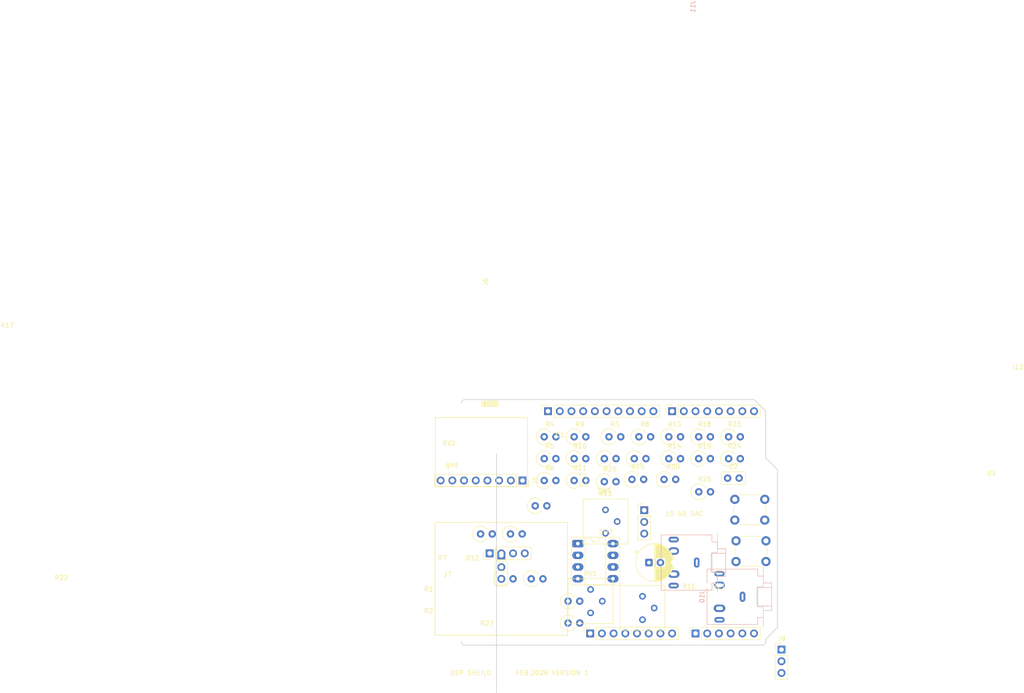
<source format=kicad_pcb>
(kicad_pcb (version 20241229) (generator "pcbnew") (generator_version "9.0")
  (title_block (date "mar. 31 mars 2015"))
  (layers (0 "F.Cu" signal) (2 "B.Cu" power) (13 "F.Paste" user) (15 "B.Paste" user) (5 "F.SilkS" user "F.Silkscreen") (7 "B.SilkS" user "B.Silkscreen") (1 "F.Mask" user) (3 "B.Mask" user) (25 "Edge.Cuts" user))
  (net 0 "")
  (net 1 "GND")
  (net 3 "+5V")
  (net 4 "/IOREF")
  (net 5 "/A0")
  (net 6 "/A1")
  (net 7 "/SDA{slash}A4")
  (net 8 "/SCL{slash}A5")
  (net 9 "/AREF")
  (net 10 "/TX{slash}1")
  (net 11 "/RX{slash}0")
  (net 12 "+3V3")
  (net 13 "VCC")
  (net 14 "/~{RESET}")
  (net 15 "/SCL")
  (net 16 "/SDA")
  (net 21 "/BT1")
  (net 22 "/BT2")
  (net 23 "Net-(C2-Pad2)")
  (net 24 "Net-(U1A--)")
  (net 25 "/D7")
  (net 26 "/D8")
  (net 27 "/D9")
  (net 28 "/D6")
  (net 29 "/D4")
  (net 30 "/D5")
  (net 31 "/IN_RIGHT")
  (net 32 "/IN_LEFT")
  (net 33 "/D3")
  (net 34 "/D2")
  (net 35 "/D0")
  (net 36 "/D1")
  (net 37 "/AUDIO_OUT")
  (net 38 "Net-(J9-Pin_3)")
  (net 39 "Net-(J9-Pin_2)")
  (net 40 "Net-(R3-Pad2)")
  (net 41 "Net-(R5-Pad1)")
  (net 42 "Net-(R7-Pad1)")
  (net 43 "Net-(R10-Pad1)")
  (net 44 "Net-(R11-Pad1)")
  (net 45 "Net-(R13-Pad1)")
  (net 46 "Net-(R15-Pad1)")
  (net 47 "Net-(R17-Pad1)")
  (net 48 "Net-(R19-Pad1)")
  (net 49 "Net-(R21-Pad1)")
  (net 50 "Net-(R25-Pad2)")
  (net 51 "Net-(R26-Pad1)")
  (net 52 "Net-(U1B--)")
  (footprint "Connector_PinSocket_2.54mm:PinSocket_1x08_P2.54mm_Vertical" (layer "F.Cu") (at 127.94 97.46 90)
    (property "Reference" "J1" (hide yes))
    (property "Value" "Power")
    (pad "1" thru_hole rect (at 0 0 90) (size 1.7 1.7) (drill 1) (layers "*.Cu" "*.Mask"))
    (pad "2" thru_hole oval (at 0 2.54 90) (size 1.7 1.7) (drill 1) (layers "*.Cu" "*.Mask") (net 4 "/IOREF"))
    (pad "3" thru_hole oval (at 0 5.08 90) (size 1.7 1.7) (drill 1) (layers "*.Cu" "*.Mask") (net 14 "/~{RESET}"))
    (pad "4" thru_hole oval (at 0 7.62 90) (size 1.7 1.7) (drill 1) (layers "*.Cu" "*.Mask") (net 12 "+3V3"))
    (pad "5" thru_hole oval (at 0 10.16 90) (size 1.7 1.7) (drill 1) (layers "*.Cu" "*.Mask") (net 3 "+5V"))
    (pad "6" thru_hole oval (at 0 12.7 90) (size 1.7 1.7) (drill 1) (layers "*.Cu" "*.Mask") (net 1 "GND"))
    (pad "7" thru_hole oval (at 0 15.24 90) (size 1.7 1.7) (drill 1) (layers "*.Cu" "*.Mask") (net 1 "GND"))
    (pad "8" thru_hole oval (at 0 17.78 90) (size 1.7 1.7) (drill 1) (layers "*.Cu" "*.Mask") (net 13 "VCC"))
  )
  (footprint "Connector_PinSocket_2.54mm:PinSocket_1x06_P2.54mm_Vertical" (layer "F.Cu") (at 150.8 97.46 90)
    (property "Reference" "J3" (hide yes))
    (property "Value" "Analog")
    (pad "1" thru_hole rect (at 0 0 90) (size 1.7 1.7) (drill 1) (layers "*.Cu" "*.Mask") (net 5 "/A0"))
    (pad "2" thru_hole oval (at 0 2.54 90) (size 1.7 1.7) (drill 1) (layers "*.Cu" "*.Mask") (net 6 "/A1"))
    (pad "3" thru_hole oval (at 0 5.08 90) (size 1.7 1.7) (drill 1) (layers "*.Cu" "*.Mask") (net 31 "/IN_RIGHT"))
    (pad "4" thru_hole oval (at 0 7.62 90) (size 1.7 1.7) (drill 1) (layers "*.Cu" "*.Mask") (net 32 "/IN_LEFT"))
    (pad "5" thru_hole oval (at 0 10.16 90) (size 1.7 1.7) (drill 1) (layers "*.Cu" "*.Mask") (net 7 "/SDA{slash}A4"))
    (pad "6" thru_hole oval (at 0 12.7 90) (size 1.7 1.7) (drill 1) (layers "*.Cu" "*.Mask") (net 8 "/SCL{slash}A5"))
  )
  (footprint "Connector_PinSocket_2.54mm:PinSocket_1x10_P2.54mm_Vertical" (layer "F.Cu") (at 118.796 49.2 90)
    (property "Reference" "J2" (hide yes))
    (property "Value" "Digital/PWM")
    (pad "1" thru_hole rect (at 0 0 90) (size 1.7 1.7) (drill 1) (layers "*.Cu" "*.Mask") (net 15 "/SCL"))
    (pad "2" thru_hole oval (at 0 2.54 90) (size 1.7 1.7) (drill 1) (layers "*.Cu" "*.Mask") (net 16 "/SDA"))
    (pad "3" thru_hole oval (at 0 5.08 90) (size 1.7 1.7) (drill 1) (layers "*.Cu" "*.Mask") (net 9 "/AREF"))
    (pad "4" thru_hole oval (at 0 7.62 90) (size 1.7 1.7) (drill 1) (layers "*.Cu" "*.Mask") (net 1 "GND"))
    (pad "5" thru_hole oval (at 0 10.16 90) (size 1.7 1.7) (drill 1) (layers "*.Cu" "*.Mask") (net 27 "/D9"))
    (pad "6" thru_hole oval (at 0 12.7 90) (size 1.7 1.7) (drill 1) (layers "*.Cu" "*.Mask") (net 26 "/D8"))
    (pad "7" thru_hole oval (at 0 15.24 90) (size 1.7 1.7) (drill 1) (layers "*.Cu" "*.Mask") (net 25 "/D7"))
    (pad "8" thru_hole oval (at 0 17.78 90) (size 1.7 1.7) (drill 1) (layers "*.Cu" "*.Mask") (net 28 "/D6"))
    (pad "9" thru_hole oval (at 0 20.32 90) (size 1.7 1.7) (drill 1) (layers "*.Cu" "*.Mask") (net 30 "/D5"))
    (pad "10" thru_hole oval (at 0 22.86 90) (size 1.7 1.7) (drill 1) (layers "*.Cu" "*.Mask") (net 29 "/D4"))
  )
  (footprint "Connector_PinSocket_2.54mm:PinSocket_1x08_P2.54mm_Vertical" (layer "F.Cu") (at 145.72 49.2 90)
    (property "Reference" "J4" (hide yes))
    (property "Value" "Digital/PWM")
    (pad "1" thru_hole rect (at 0 0 90) (size 1.7 1.7) (drill 1) (layers "*.Cu" "*.Mask") (net 33 "/D3"))
    (pad "2" thru_hole oval (at 0 2.54 90) (size 1.7 1.7) (drill 1) (layers "*.Cu" "*.Mask") (net 34 "/D2"))
    (pad "3" thru_hole oval (at 0 5.08 90) (size 1.7 1.7) (drill 1) (layers "*.Cu" "*.Mask") (net 36 "/D1"))
    (pad "4" thru_hole oval (at 0 7.62 90) (size 1.7 1.7) (drill 1) (layers "*.Cu" "*.Mask") (net 35 "/D0"))
    (pad "5" thru_hole oval (at 0 10.16 90) (size 1.7 1.7) (drill 1) (layers "*.Cu" "*.Mask") (net 22 "/BT2"))
    (pad "6" thru_hole oval (at 0 12.7 90) (size 1.7 1.7) (drill 1) (layers "*.Cu" "*.Mask") (net 21 "/BT1"))
    (pad "7" thru_hole oval (at 0 15.24 90) (size 1.7 1.7) (drill 1) (layers "*.Cu" "*.Mask") (net 10 "/TX{slash}1"))
    (pad "8" thru_hole oval (at 0 17.78 90) (size 1.7 1.7) (drill 1) (layers "*.Cu" "*.Mask") (net 11 "/RX{slash}0"))
  )
  (footprint "Resistor_THT:R_Axial_DIN0309_L9.0mm_D3.2mm_P2.54mm_Vertical" (layer "F.Cu") (at 124.45 54.75)
    (property "Reference" "R9" (at 1.27 -2.72 0) (layer "F.SilkS"))
    (property "Value" "10k")
    (pad "1" thru_hole circle (at 0 0) (size 1.6 1.6) (drill 0.8) (layers "*.Cu" "*.Mask") (net 43 "Net-(R10-Pad1)"))
    (pad "2" thru_hole circle (at 2.54 0) (size 1.6 1.6) (drill 0.8) (layers "*.Cu" "*.Mask") (net 42 "Net-(R7-Pad1)"))
  )
  (footprint "Resistor_THT:R_Axial_DIN0309_L9.0mm_D3.2mm_P2.54mm_Vertical" (layer "F.Cu") (at 145 54.75)
    (property "Reference" "R13" (at 1.27 -2.72 0) (layer "F.SilkS"))
    (property "Value" "10k")
    (pad "1" thru_hole circle (at 0 0) (size 1.6 1.6) (drill 0.8) (layers "*.Cu" "*.Mask") (net 45 "Net-(R13-Pad1)"))
    (pad "2" thru_hole circle (at 2.54 0) (size 1.6 1.6) (drill 0.8) (layers "*.Cu" "*.Mask") (net 44 "Net-(R11-Pad1)"))
  )
  (footprint "Resistor_THT:R_Axial_DIN0309_L9.0mm_D3.2mm_P2.54mm_Vertical" (layer "F.Cu") (at 145 59.5)
    (property "Reference" "R14" (at 1.27 -2.72 0) (layer "F.SilkS"))
    (property "Value" "20k")
    (pad "1" thru_hole circle (at 0 0) (size 1.6 1.6) (drill 0.8) (layers "*.Cu" "*.Mask") (net 45 "Net-(R13-Pad1)"))
    (pad "2" thru_hole circle (at 2.54 0) (size 1.6 1.6) (drill 0.8) (layers "*.Cu" "*.Mask") (net 30 "/D5"))
  )
  (footprint "Resistor_THT:R_Axial_DIN0309_L9.0mm_D3.2mm_P2.54mm_Vertical" (layer "F.Cu") (at 151.49 54.75)
    (property "Reference" "R18" (at 1.27 -2.72 0) (layer "F.SilkS"))
    (property "Value" "20k")
    (pad "1" thru_hole circle (at 0 0) (size 1.6 1.6) (drill 0.8) (layers "*.Cu" "*.Mask") (net 47 "Net-(R17-Pad1)"))
    (pad "2" thru_hole circle (at 2.54 0) (size 1.6 1.6) (drill 0.8) (layers "*.Cu" "*.Mask") (net 25 "/D7"))
  )
  (footprint "Resistor_THT:R_Axial_DIN0309_L9.0mm_D3.2mm_P2.54mm_Vertical" (layer "F.Cu") (at 117.96 54.75)
    (property "Reference" "R4" (at 1.27 -2.72 0) (layer "F.SilkS"))
    (property "Value" "20k")
    (pad "1" thru_hole circle (at 0 0) (size 1.6 1.6) (drill 0.8) (layers "*.Cu" "*.Mask") (net 40 "Net-(R3-Pad2)"))
    (pad "2" thru_hole circle (at 2.54 0) (size 1.6 1.6) (drill 0.8) (layers "*.Cu" "*.Mask") (net 35 "/D0"))
  )
  (footprint "Resistor_THT:R_Axial_DIN0309_L9.0mm_D3.2mm_P2.54mm_Vertical" (layer "F.Cu") (at 137 64)
    (property "Reference" "R15" (at 1.27 -2.72 0) (layer "F.SilkS"))
    (property "Value" "10k")
    (pad "1" thru_hole circle (at 0 0) (size 1.6 1.6) (drill 0.8) (layers "*.Cu" "*.Mask") (net 46 "Net-(R15-Pad1)"))
    (pad "2" thru_hole circle (at 2.54 0) (size 1.6 1.6) (drill 0.8) (layers "*.Cu" "*.Mask") (net 45 "Net-(R13-Pad1)"))
  )
  (footprint "Resistor_THT:R_Axial_DIN0309_L9.0mm_D3.2mm_P2.54mm_Vertical" (layer "F.Cu") (at 151.49 59.5)
    (property "Reference" "R19" (at 1.27 -2.72 0) (layer "F.SilkS"))
    (property "Value" "10k")
    (pad "1" thru_hole circle (at 0 0) (size 1.6 1.6) (drill 0.8) (layers "*.Cu" "*.Mask") (net 48 "Net-(R19-Pad1)"))
    (pad "2" thru_hole circle (at 2.54 0) (size 1.6 1.6) (drill 0.8) (layers "*.Cu" "*.Mask") (net 47 "Net-(R17-Pad1)"))
  )
  (footprint "Capacitor_THT:C_Disc_D5.0mm_W2.5mm_P2.50mm" (layer "F.Cu") (at 157.76 63.73)
    (property "Reference" "C2" (at 1.25 -2.5 0) (layer "F.SilkS"))
    (property "Value" "100pF")
    (pad "1" thru_hole circle (at 0 0) (size 1.6 1.6) (drill 0.8) (layers "*.Cu" "*.Mask") (net 24 "Net-(U1A--)"))
    (pad "2" thru_hole circle (at 2.5 0) (size 1.6 1.6) (drill 0.8) (layers "*.Cu" "*.Mask") (net 23 "Net-(C2-Pad2)"))
  )
  (footprint "Resistor_THT:R_Axial_DIN0309_L9.0mm_D3.2mm_P2.54mm_Vertical" (layer "F.Cu") (at 104.145 75.86)
    (property "Reference" "R7" (at -8.25 5.23 0) (layer "F.SilkS"))
    (property "Value" "10k")
    (pad "1" thru_hole circle (at 0 0) (size 1.6 1.6) (drill 0.8) (layers "*.Cu" "*.Mask") (net 42 "Net-(R7-Pad1)"))
    (pad "2" thru_hole circle (at 2.54 0) (size 1.6 1.6) (drill 0.8) (layers "*.Cu" "*.Mask") (net 41 "Net-(R5-Pad1)"))
  )
  (footprint "Resistor_THT:R_Axial_DIN0309_L9.0mm_D3.2mm_P2.54mm_Vertical" (layer "F.Cu") (at 137.5 59.5)
    (property "Reference" "R21" (at 18.41 27.73 0) (layer "F.SilkS"))
    (property "Value" "10k")
    (pad "1" thru_hole circle (at 0 0) (size 1.6 1.6) (drill 0.8) (layers "*.Cu" "*.Mask") (net 49 "Net-(R21-Pad1)"))
    (pad "2" thru_hole circle (at 2.54 0) (size 1.6 1.6) (drill 0.8) (layers "*.Cu" "*.Mask") (net 48 "Net-(R19-Pad1)"))
  )
  (footprint "Button_Switch_THT:SW_PUSH_6mm" (layer "F.Cu") (at 159.59 77.35)
    (property "Reference" "SW2" (at -28.275 -1.9 0) (layer "F.SilkS"))
    (property "Value" "BT_2")
    (pad "1" thru_hole circle (at 0 0 90) (size 2 2) (drill 1.1) (layers "*.Cu" "*.Mask") (net 3 "+5V"))
    (pad "1" thru_hole circle (at 6.5 0 90) (size 2 2) (drill 1.1) (layers "*.Cu" "*.Mask") (net 3 "+5V"))
    (pad "2" thru_hole circle (at 0 4.5 90) (size 2 2) (drill 1.1) (layers "*.Cu" "*.Mask") (net 22 "/BT2"))
    (pad "2" thru_hole circle (at 6.5 4.5 90) (size 2 2) (drill 1.1) (layers "*.Cu" "*.Mask") (net 22 "/BT2"))
  )
  (footprint "Resistor_THT:R_Axial_DIN0309_L9.0mm_D3.2mm_P2.54mm_Vertical" (layer "F.Cu") (at 143.96 64)
    (property "Reference" "R20" (at 2 -2.72 0) (layer "F.SilkS"))
    (property "Value" "20k")
    (pad "1" thru_hole circle (at 0 0) (size 1.6 1.6) (drill 0.8) (layers "*.Cu" "*.Mask") (net 48 "Net-(R19-Pad1)"))
    (pad "2" thru_hole circle (at 2.54 0) (size 1.6 1.6) (drill 0.8) (layers "*.Cu" "*.Mask") (net 26 "/D8"))
  )
  (footprint "Resistor_THT:R_Axial_DIN0309_L9.0mm_D3.2mm_P2.54mm_Vertical" (layer "F.Cu") (at 117.96 64.25)
    (property "Reference" "R6" (at 1.27 -2.72 0) (layer "F.SilkS"))
    (property "Value" "20k")
    (pad "1" thru_hole circle (at 0 0) (size 1.6 1.6) (drill 0.8) (layers "*.Cu" "*.Mask") (net 41 "Net-(R5-Pad1)"))
    (pad "2" thru_hole circle (at 2.54 0) (size 1.6 1.6) (drill 0.8) (layers "*.Cu" "*.Mask") (net 36 "/D1"))
  )
  (footprint "Connector_PinHeader_2.54mm:PinHeader_1x03_P2.54mm_Vertical" (layer "F.Cu") (at 108.655 80.53)
    (property "Reference" "J7" (at -11.65 4.16 0) (layer "F.SilkS"))
    (property "Value" "AUDIO_OUT")
    (pad "1" thru_hole rect (at 0 0) (size 1.7 1.7) (drill 1) (layers "*.Cu" "*.Mask") (net 37 "/AUDIO_OUT"))
    (pad "2" thru_hole circle (at 0 2.54) (size 1.7 1.7) (drill 1) (layers "*.Cu" "*.Mask") (net 37 "/AUDIO_OUT"))
    (pad "3" thru_hole circle (at 0 5.08) (size 1.7 1.7) (drill 1) (layers "*.Cu" "*.Mask") (net 1 "GND"))
  )
  (footprint "Resistor_THT:R_Axial_DIN0309_L9.0mm_D3.2mm_P2.54mm_Vertical" (layer "F.Cu") (at 124.45 59.5)
    (property "Reference" "R10" (at 1.27 -2.72 0) (layer "F.SilkS"))
    (property "Value" "20k")
    (pad "1" thru_hole circle (at 0 0) (size 1.6 1.6) (drill 0.8) (layers "*.Cu" "*.Mask") (net 43 "Net-(R10-Pad1)"))
    (pad "2" thru_hole circle (at 2.54 0) (size 1.6 1.6) (drill 0.8) (layers "*.Cu" "*.Mask") (net 33 "/D3"))
  )
  (footprint "Connector_PinSocket_2.54mm:PinSocket_1x08_P2.54mm_Vertical" (layer "F.Cu") (at 113.26 64.24 -90)
    (property "Reference" "J5" (at 0 -2.77 90) (layer "F.SilkS"))
    (property "Value" "IMU_CONN")
    (pad "1" thru_hole rect (at 0 0 270) (size 1.7 1.7) (drill 1) (layers "*.Cu" "*.Mask"))
    (pad "2" thru_hole circle (at 0 2.54 270) (size 1.7 1.7) (drill 1) (layers "*.Cu" "*.Mask"))
    (pad "3" thru_hole circle (at 0 5.08 270) (size 1.7 1.7) (drill 1) (layers "*.Cu" "*.Mask"))
    (pad "4" thru_hole circle (at 0 7.62 270) (size 1.7 1.7) (drill 1) (layers "*.Cu" "*.Mask"))
    (pad "5" thru_hole circle (at 0 10.16 270) (size 1.7 1.7) (drill 1) (layers "*.Cu" "*.Mask") (net 16 "/SDA"))
    (pad "6" thru_hole circle (at 0 12.7 270) (size 1.7 1.7) (drill 1) (layers "*.Cu" "*.Mask") (net 15 "/SCL"))
    (pad "7" thru_hole circle (at 0 15.24 270) (size 1.7 1.7) (drill 1) (layers "*.Cu" "*.Mask") (net 1 "GND"))
    (pad "8" thru_hole circle (at 0 17.78 270) (size 1.7 1.7) (drill 1) (layers "*.Cu" "*.Mask") (net 3 "+5V"))
  )
  (footprint "Resistor_THT:R_Axial_DIN0309_L9.0mm_D3.2mm_P2.54mm_Vertical" (layer "F.Cu") (at 131 64.5)
    (property "Reference" "R26" (at 1.27 -2.72 0) (layer "F.SilkS"))
    (property "Value" "20k")
    (pad "1" thru_hole circle (at 0 0) (size 1.6 1.6) (drill 0.8) (layers "*.Cu" "*.Mask") (net 51 "Net-(R26-Pad1)"))
    (pad "2" thru_hole circle (at 2.54 0) (size 1.6 1.6) (drill 0.8) (layers "*.Cu" "*.Mask") (net 1 "GND"))
  )
  (footprint "Resistor_THT:R_Axial_DIN0309_L9.0mm_D3.2mm_P2.54mm_Vertical" (layer "F.Cu") (at 117.96 59.5)
    (property "Reference" "R5" (at 1.27 -2.72 0) (layer "F.SilkS"))
    (property "Value" "10k")
    (pad "1" thru_hole circle (at 0 0) (size 1.6 1.6) (drill 0.8) (layers "*.Cu" "*.Mask") (net 41 "Net-(R5-Pad1)"))
    (pad "2" thru_hole circle (at 2.54 0) (size 1.6 1.6) (drill 0.8) (layers "*.Cu" "*.Mask") (net 40 "Net-(R3-Pad2)"))
  )
  (footprint "Capacitor_THT:CP_Radial_D8.0mm_P2.50mm" (layer "F.Cu") (at 140.69 82.07)
    (property "Reference" "C1" (at -19.29 -27.75 0) (layer "F.SilkS"))
    (property "Value" "47uF")
    (pad "1" thru_hole roundrect (at 0 0) (size 1.6 1.6) (drill 0.8) (layers "*.Cu" "*.Mask") (roundrect_rratio 0.15625) (net 3 "+5V"))
    (pad "2" thru_hole circle (at 2.5 0) (size 1.6 1.6) (drill 0.8) (layers "*.Cu" "*.Mask") (net 1 "GND"))
  )
  (footprint "Resistor_THT:R_Axial_DIN0309_L9.0mm_D3.2mm_P2.54mm_Vertical" (layer "F.Cu") (at 157.98 59.5)
    (property "Reference" "R24" (at 1.27 -2.72 0) (layer "F.SilkS"))
    (property "Value" "20k")
    (pad "1" thru_hole circle (at 0 0) (size 1.6 1.6) (drill 0.8) (layers "*.Cu" "*.Mask") (net 23 "Net-(C2-Pad2)"))
    (pad "2" thru_hole circle (at 2.54 0) (size 1.6 1.6) (drill 0.8) (layers "*.Cu" "*.Mask") (net 24 "Net-(U1A--)"))
  )
  (footprint "Resistor_THT:R_Axial_DIN0309_L9.0mm_D3.2mm_P2.54mm_Vertical" (layer "F.Cu") (at 110.635 75.86)
    (property "Reference" "R12" (at -8.25 5.23 0) (layer "F.SilkS"))
    (property "Value" "20k")
    (pad "1" thru_hole circle (at 0 0) (size 1.6 1.6) (drill 0.8) (layers "*.Cu" "*.Mask") (net 44 "Net-(R11-Pad1)"))
    (pad "2" thru_hole circle (at 2.54 0) (size 1.6 1.6) (drill 0.8) (layers "*.Cu" "*.Mask") (net 29 "/D4"))
  )
  (footprint "Button_Switch_THT:SW_PUSH_6mm" (layer "F.Cu") (at 159.33 68.34)
    (property "Reference" "SW1" (at -28.275 -1.9 0) (layer "F.SilkS"))
    (property "Value" "BT_1")
    (pad "1" thru_hole circle (at 0 0 90) (size 2 2) (drill 1.1) (layers "*.Cu" "*.Mask") (net 3 "+5V"))
    (pad "1" thru_hole circle (at 6.5 0 90) (size 2 2) (drill 1.1) (layers "*.Cu" "*.Mask") (net 3 "+5V"))
    (pad "2" thru_hole circle (at 0 4.5 90) (size 2 2) (drill 1.1) (layers "*.Cu" "*.Mask") (net 21 "/BT1"))
    (pad "2" thru_hole circle (at 6.5 4.5 90) (size 2 2) (drill 1.1) (layers "*.Cu" "*.Mask") (net 21 "/BT1"))
  )
  (footprint "Resistor_THT:R_Axial_DIN0309_L9.0mm_D3.2mm_P2.54mm_Vertical" (layer "F.Cu") (at 124.45 64.25)
    (property "Reference" "R11" (at 1.27 -2.72 0) (layer "F.SilkS"))
    (property "Value" "10k")
    (pad "1" thru_hole circle (at 0 0) (size 1.6 1.6) (drill 0.8) (layers "*.Cu" "*.Mask") (net 44 "Net-(R11-Pad1)"))
    (pad "2" thru_hole circle (at 2.54 0) (size 1.6 1.6) (drill 0.8) (layers "*.Cu" "*.Mask") (net 43 "Net-(R10-Pad1)"))
  )
  (footprint "Resistor_THT:R_Axial_DIN0309_L9.0mm_D3.2mm_P2.54mm_Vertical" (layer "F.Cu") (at 108.655 85.61)
    (property "Reference" "R22" (at -95.5 -0.25 0) (layer "F.SilkS"))
    (property "Value" "20k")
    (pad "1" thru_hole circle (at 0 0) (size 1.6 1.6) (drill 0.8) (layers "*.Cu" "*.Mask") (net 49 "Net-(R21-Pad1)"))
    (pad "2" thru_hole circle (at 2.54 0) (size 1.6 1.6) (drill 0.8) (layers "*.Cu" "*.Mask") (net 27 "/D9"))
  )
  (footprint "Connector_PinHeader_2.54mm:PinHeader_1x03_P2.54mm_Vertical" (layer "F.Cu") (at 139.67 70.7046)
    (property "Reference" "J12" (at 80.97 -31.1 0) (layer "F.SilkS"))
    (property "Value" "AUDIO_IN")
    (pad "1" thru_hole rect (at 0 0) (size 1.7 1.7) (drill 1) (layers "*.Cu" "*.Mask") (net 1 "GND"))
    (pad "2" thru_hole circle (at 0 2.54) (size 1.7 1.7) (drill 1) (layers "*.Cu" "*.Mask") (net 31 "/IN_RIGHT"))
    (pad "3" thru_hole circle (at 0 5.08) (size 1.7 1.7) (drill 1) (layers "*.Cu" "*.Mask") (net 32 "/IN_LEFT"))
  )
  (footprint "Resistor_THT:R_Axial_DIN0309_L9.0mm_D3.2mm_P2.54mm_Vertical" (layer "F.Cu") (at 123.13 90.45)
    (property "Reference" "R1" (at -30.255 -2.62 0) (layer "F.SilkS"))
    (property "Value" "100k")
    (pad "1" thru_hole circle (at 0 0) (size 1.6 1.6) (drill 0.8) (layers "*.Cu" "*.Mask") (net 21 "/BT1"))
    (pad "2" thru_hole circle (at 2.54 0) (size 1.6 1.6) (drill 0.8) (layers "*.Cu" "*.Mask") (net 1 "GND"))
  )
  (footprint "Resistor_THT:R_Axial_DIN0309_L9.0mm_D3.2mm_P2.54mm_Vertical" (layer "F.Cu") (at 115.145 85.61)
    (property "Reference" "R27" (at -9.61 9.73 0) (layer "F.SilkS"))
    (property "Value" "1k")
    (pad "1" thru_hole circle (at 0 0) (size 1.6 1.6) (drill 0.8) (layers "*.Cu" "*.Mask") (net 37 "/AUDIO_OUT"))
    (pad "2" thru_hole circle (at 2.54 0) (size 1.6 1.6) (drill 0.8) (layers "*.Cu" "*.Mask") (net 23 "Net-(C2-Pad2)"))
  )
  (footprint "Resistor_THT:R_Axial_DIN0309_L9.0mm_D3.2mm_P2.54mm_Vertical" (layer "F.Cu") (at 116 69.75)
    (property "Reference" "R17" (at -114.58 -39.2 0) (layer "F.SilkS"))
    (property "Value" "10k")
    (pad "1" thru_hole circle (at 0 0) (size 1.6 1.6) (drill 0.8) (layers "*.Cu" "*.Mask") (net 47 "Net-(R17-Pad1)"))
    (pad "2" thru_hole circle (at 2.54 0) (size 1.6 1.6) (drill 0.8) (layers "*.Cu" "*.Mask") (net 46 "Net-(R15-Pad1)"))
  )
  (footprint "Resistor_THT:R_Axial_DIN0309_L9.0mm_D3.2mm_P2.54mm_Vertical" (layer "F.Cu") (at 151.51 66.7)
    (property "Reference" "R25" (at 1.27 -2.72 0) (layer "F.SilkS"))
    (property "Value" "20k")
    (pad "1" thru_hole circle (at 0 0) (size 1.6 1.6) (drill 0.8) (layers "*.Cu" "*.Mask") (net 3 "+5V"))
    (pad "2" thru_hole circle (at 2.54 0) (size 1.6 1.6) (drill 0.8) (layers "*.Cu" "*.Mask") (net 50 "Net-(R25-Pad2)"))
  )
  (footprint "Resistor_THT:R_Axial_DIN0309_L9.0mm_D3.2mm_P2.54mm_Vertical" (layer "F.Cu") (at 131.01 59.5)
    (property "Reference" "R16" (at 18.41 27.73 0) (layer "F.SilkS"))
    (property "Value" "20k")
    (pad "1" thru_hole circle (at 0 0) (size 1.6 1.6) (drill 0.8) (layers "*.Cu" "*.Mask") (net 46 "Net-(R15-Pad1)"))
    (pad "2" thru_hole circle (at 2.54 0) (size 1.6 1.6) (drill 0.8) (layers "*.Cu" "*.Mask") (net 28 "/D6"))
  )
  (footprint "Potentiometer_THT:Potentiometer_Bourns_3386P_Vertical" (layer "F.Cu") (at 128.02 92.99)
    (property "Reference" "RV1" (at -0.015 -8.555 0) (layer "F.SilkS"))
    (property "Value" "100k")
    (pad "1" thru_hole circle (at 0 0) (size 1.44 1.44) (drill 0.8) (layers "*.Cu" "*.Mask") (net 3 "+5V"))
    (pad "2" thru_hole circle (at 2.54 -2.54) (size 1.44 1.44) (drill 0.8) (layers "*.Cu" "*.Mask") (net 5 "/A0"))
    (pad "3" thru_hole circle (at 0 -5.08) (size 1.44 1.44) (drill 0.8) (layers "*.Cu" "*.Mask") (net 1 "GND"))
  )
  (footprint "Resistor_THT:R_Axial_DIN0309_L9.0mm_D3.2mm_P2.54mm_Vertical" (layer "F.Cu") (at 123.13 95.2)
    (property "Reference" "R2" (at -30.255 -2.62 0) (layer "F.SilkS"))
    (property "Value" "100k")
    (pad "1" thru_hole circle (at 0 0) (size 1.6 1.6) (drill 0.8) (layers "*.Cu" "*.Mask") (net 22 "/BT2"))
    (pad "2" thru_hole circle (at 2.54 0) (size 1.6 1.6) (drill 0.8) (layers "*.Cu" "*.Mask") (net 1 "GND"))
  )
  (footprint "Package_DIP:DIP-8_W7.62mm_Socket_LongPads" (layer "F.Cu") (at 125.26 77.955)
    (property "Reference" "U1" (at 89.79 -15.33 0) (layer "F.SilkS"))
    (property "Value" "MCP6002-xP")
    (pad "1" thru_hole roundrect (at 0 0) (size 2.4 1.6) (drill 0.8) (layers "*.Cu" "*.Mask") (roundrect_rratio 0.15625) (net 23 "Net-(C2-Pad2)"))
    (pad "2" thru_hole oval (at 0 2.54) (size 2.4 1.6) (drill 0.8) (layers "*.Cu" "*.Mask") (net 24 "Net-(U1A--)"))
    (pad "3" thru_hole oval (at 0 5.08) (size 2.4 1.6) (drill 0.8) (layers "*.Cu" "*.Mask") (net 39 "Net-(J9-Pin_2)"))
    (pad "4" thru_hole oval (at 0 7.62) (size 2.4 1.6) (drill 0.8) (layers "*.Cu" "*.Mask") (net 1 "GND"))
    (pad "5" thru_hole oval (at 7.62 7.62) (size 2.4 1.6) (drill 0.8) (layers "*.Cu" "*.Mask") (net 1 "GND"))
    (pad "6" thru_hole oval (at 7.62 5.08) (size 2.4 1.6) (drill 0.8) (layers "*.Cu" "*.Mask") (net 52 "Net-(U1B--)"))
    (pad "7" thru_hole oval (at 7.62 2.54) (size 2.4 1.6) (drill 0.8) (layers "*.Cu" "*.Mask") (net 52 "Net-(U1B--)"))
    (pad "8" thru_hole oval (at 7.62 0) (size 2.4 1.6) (drill 0.8) (layers "*.Cu" "*.Mask") (net 3 "+5V"))
  )
  (footprint "Connector_PinHeader_2.54mm:PinHeader_1x03_P2.54mm_Vertical" (layer "F.Cu") (at 169.46 100.97)
    (property "Reference" "J9" (at 0 -2.38 0) (layer "F.SilkS"))
    (property "Value" "JUMPER")
    (pad "1" thru_hole rect (at 0 0) (size 1.7 1.7) (drill 1) (layers "*.Cu" "*.Mask") (net 1 "GND"))
    (pad "2" thru_hole circle (at 0 2.54) (size 1.7 1.7) (drill 1) (layers "*.Cu" "*.Mask") (net 39 "Net-(J9-Pin_2)"))
    (pad "3" thru_hole circle (at 0 5.08) (size 1.7 1.7) (drill 1) (layers "*.Cu" "*.Mask") (net 38 "Net-(J9-Pin_3)"))
  )
  (footprint "Resistor_THT:R_Axial_DIN0309_L9.0mm_D3.2mm_P2.54mm_Vertical" (layer "F.Cu") (at 132.02 54.75)
    (property "Reference" "R3" (at 1.27 -2.72 0) (layer "F.SilkS"))
    (property "Value" "20k")
    (pad "1" thru_hole circle (at 0 0) (size 1.6 1.6) (drill 0.8) (layers "*.Cu" "*.Mask") (net 1 "GND"))
    (pad "2" thru_hole circle (at 2.54 0) (size 1.6 1.6) (drill 0.8) (layers "*.Cu" "*.Mask") (net 40 "Net-(R3-Pad2)"))
  )
  (footprint "Potentiometer_THT:Potentiometer_Bourns_3386P_Vertical" (layer "F.Cu") (at 131.26 75.7)
    (property "Reference" "RV3" (at -0.015 -8.555 0) (layer "F.SilkS"))
    (property "Value" "100k")
    (pad "1" thru_hole circle (at 0 0) (size 1.44 1.44) (drill 0.8) (layers "*.Cu" "*.Mask") (net 50 "Net-(R25-Pad2)"))
    (pad "2" thru_hole circle (at 2.54 -2.54) (size 1.44 1.44) (drill 0.8) (layers "*.Cu" "*.Mask") (net 38 "Net-(J9-Pin_3)"))
    (pad "3" thru_hole circle (at 0 -5.08) (size 1.44 1.44) (drill 0.8) (layers "*.Cu" "*.Mask") (net 51 "Net-(R26-Pad1)"))
  )
  (footprint "Potentiometer_THT:Potentiometer_Bourns_3386P_Vertical" (layer "F.Cu") (at 139.29 94.48)
    (property "Reference" "RV2" (at -42 -38.3 0) (layer "F.SilkS"))
    (property "Value" "100k")
    (pad "1" thru_hole circle (at 0 0) (size 1.44 1.44) (drill 0.8) (layers "*.Cu" "*.Mask") (net 3 "+5V"))
    (pad "2" thru_hole circle (at 2.54 -2.54) (size 1.44 1.44) (drill 0.8) (layers "*.Cu" "*.Mask") (net 6 "/A1"))
    (pad "3" thru_hole circle (at 0 -5.08) (size 1.44 1.44) (drill 0.8) (layers "*.Cu" "*.Mask") (net 1 "GND"))
  )
  (footprint "Resistor_THT:R_Axial_DIN0309_L9.0mm_D3.2mm_P2.54mm_Vertical" (layer "F.Cu") (at 138.51 54.75)
    (property "Reference" "R8" (at 1.27 -2.72 0) (layer "F.SilkS"))
    (property "Value" "20k")
    (pad "1" thru_hole circle (at 0 0) (size 1.6 1.6) (drill 0.8) (layers "*.Cu" "*.Mask") (net 42 "Net-(R7-Pad1)"))
    (pad "2" thru_hole circle (at 2.54 0) (size 1.6 1.6) (drill 0.8) (layers "*.Cu" "*.Mask") (net 34 "/D2"))
  )
  (footprint "Connector_PinHeader_2.54mm:PinHeader_1x04_P2.54mm_Vertical" (layer "F.Cu") (at 106.12 80.07 90)
    (property "Reference" "J6" (at 58.97 -0.91 90) (layer "F.SilkS"))
    (property "Value" "SCREEN_CONN")
    (pad "1" thru_hole rect (at 0 0 90) (size 1.7 1.7) (drill 1) (layers "*.Cu" "*.Mask") (net 1 "GND"))
    (pad "2" thru_hole circle (at 0 2.54 90) (size 1.7 1.7) (drill 1) (layers "*.Cu" "*.Mask") (net 3 "+5V"))
    (pad "3" thru_hole circle (at 0 5.08 90) (size 1.7 1.7) (drill 1) (layers "*.Cu" "*.Mask") (net 15 "/SCL"))
    (pad "4" thru_hole circle (at 0 7.62 90) (size 1.7 1.7) (drill 1) (layers "*.Cu" "*.Mask") (net 16 "/SDA"))
  )
  (footprint "Resistor_THT:R_Axial_DIN0309_L9.0mm_D3.2mm_P2.54mm_Vertical" (layer "F.Cu") (at 157.98 54.75)
    (property "Reference" "R23" (at 1.27 -2.72 0) (layer "F.SilkS"))
    (property "Value" "20k")
    (pad "1" thru_hole circle (at 0 0) (size 1.6 1.6) (drill 0.8) (layers "*.Cu" "*.Mask") (net 24 "Net-(U1A--)"))
    (pad "2" thru_hole circle (at 2.54 0) (size 1.6 1.6) (drill 0.8) (layers "*.Cu" "*.Mask") (net 49 "Net-(R21-Pad1)"))
  )
  (footprint "Connector_Audio:Jack_3.5mm_CUI_SJ1-3525N_Horizontal" (layer "B.Cu") (at 151.06 82.07 -90)
    (property "Reference" "J11" (at -120.73 0.82 90) (layer "B.SilkS") (effects (justify mirror)))
    (property "Value" "AudioJack5")
    (fp_line (start 1.8 -3.1) (end -1.8 -3.1) (stroke (width 0.12)) (layer "Edge.Cuts"))
    (fp_line (start -2.2 -3.5) (end -2.2 -4.5) (stroke (width 0.12)) (layer "Edge.Cuts"))
    (fp_line (start 2.2 -3.5) (end 2.2 -4.5) (stroke (width 0.12)) (layer "Edge.Cuts"))
    (fp_line (start -2.2 -4.5) (end -6.5 -4.5) (stroke (width 0.12)) (layer "Edge.Cuts"))
    (fp_line (start 2.2 -4.5) (end 6.5 -4.5) (stroke (width 0.12)) (layer "Edge.Cuts"))
    (fp_arc (start -1.8 -3.1) (mid -2.082842 -3.217158) (end -2.2 -3.5) (stroke (width 0.12)) (layer "Edge.Cuts"))
    (fp_arc (start 2.2 -3.5) (mid 2.082843 -3.217157) (end 1.8 -3.1) (stroke (width 0.12)) (layer "Edge.Cuts"))
    (pad "" np_thru_hole circle (at -5 -2.5 270) (size 1.2 1.2) (drill 1.2) (layers "*.Cu" "*.Mask"))
    (pad "" np_thru_hole circle (at -5 0 270) (size 1.2 1.2) (drill 1.2) (layers "*.Cu" "*.Mask"))
    (pad "" np_thru_hole circle (at 0 5 270) (size 1.2 1.2) (drill 1.2) (layers "*.Cu" "*.Mask"))
    (pad "" np_thru_hole circle (at 5 -2.5 270) (size 1.2 1.2) (drill 1.2) (layers "*.Cu" "*.Mask"))
    (pad "" np_thru_hole circle (at 5 0 270) (size 1.2 1.2) (drill 1.2) (layers "*.Cu" "*.Mask"))
    (pad "R" thru_hole oval (at -5 5 270) (size 1.2 2.2) (drill oval 0.4 1.4) (layers "*.Cu" "*.Mask") (net 37 "/AUDIO_OUT"))
    (pad "RN" thru_hole oval (at -2.5 5 270) (size 1.6 2.3) (drill oval 0.8 1.5) (layers "*.Cu" "*.Mask") (net 37 "/AUDIO_OUT"))
    (pad "S" thru_hole oval (at 0 0 270) (size 2.2 1.2) (drill oval 1.4 0.4) (layers "*.Cu" "*.Mask") (net 1 "GND"))
    (pad "T" thru_hole oval (at 5 5 90) (size 1.2 2.2) (drill oval 0.4 1.4) (layers "*.Cu" "*.Mask") (net 37 "/AUDIO_OUT"))
    (pad "TN" thru_hole oval (at 2.5 5 90) (size 1.6 2.5) (drill oval 0.8 1.5) (layers "*.Cu" "*.Mask") (net 37 "/AUDIO_OUT"))
  )
  (footprint "Connector_Audio:Jack_3.5mm_CUI_SJ1-3525N_Horizontal" (layer "B.Cu") (at 161 89.5 -90)
    (property "Reference" "J10" (at 0 8.8 90) (layer "B.SilkS") (effects (justify mirror)))
    (property "Value" "AudioJack5")
    (fp_line (start 1.8 -3.1) (end -1.8 -3.1) (stroke (width 0.12)) (layer "Edge.Cuts"))
    (fp_line (start -2.2 -3.5) (end -2.2 -4.5) (stroke (width 0.12)) (layer "Edge.Cuts"))
    (fp_line (start 2.2 -3.5) (end 2.2 -4.5) (stroke (width 0.12)) (layer "Edge.Cuts"))
    (fp_line (start -2.2 -4.5) (end -6.5 -4.5) (stroke (width 0.12)) (layer "Edge.Cuts"))
    (fp_line (start 2.2 -4.5) (end 6.5 -4.5) (stroke (width 0.12)) (layer "Edge.Cuts"))
    (fp_arc (start -1.8 -3.1) (mid -2.082842 -3.217158) (end -2.2 -3.5) (stroke (width 0.12)) (layer "Edge.Cuts"))
    (fp_arc (start 2.2 -3.5) (mid 2.082843 -3.217157) (end 1.8 -3.1) (stroke (width 0.12)) (layer "Edge.Cuts"))
    (pad "" np_thru_hole circle (at -5 -2.5 270) (size 1.2 1.2) (drill 1.2) (layers "*.Cu" "*.Mask"))
    (pad "" np_thru_hole circle (at -5 0 270) (size 1.2 1.2) (drill 1.2) (layers "*.Cu" "*.Mask"))
    (pad "" np_thru_hole circle (at 0 5 270) (size 1.2 1.2) (drill 1.2) (layers "*.Cu" "*.Mask"))
    (pad "" np_thru_hole circle (at 5 -2.5 270) (size 1.2 1.2) (drill 1.2) (layers "*.Cu" "*.Mask"))
    (pad "" np_thru_hole circle (at 5 0 270) (size 1.2 1.2) (drill 1.2) (layers "*.Cu" "*.Mask"))
    (pad "R" thru_hole oval (at -5 5 270) (size 1.2 2.2) (drill oval 0.4 1.4) (layers "*.Cu" "*.Mask") (net 31 "/IN_RIGHT"))
    (pad "RN" thru_hole oval (at -2.5 5 270) (size 1.6 2.3) (drill oval 0.8 1.5) (layers "*.Cu" "*.Mask") (net 31 "/IN_RIGHT"))
    (pad "S" thru_hole oval (at 0 0 270) (size 2.2 1.2) (drill oval 1.4 0.4) (layers "*.Cu" "*.Mask") (net 1 "GND"))
    (pad "T" thru_hole oval (at 5 5 90) (size 1.2 2.2) (drill oval 0.4 1.4) (layers "*.Cu" "*.Mask") (net 32 "/IN_LEFT"))
    (pad "TN" thru_hole oval (at 2.5 5 90) (size 1.6 2.5) (drill oval 0.8 1.5) (layers "*.Cu" "*.Mask") (net 32 "/IN_LEFT"))
  )
  (gr_rect (start 94.27 73.35) (end 123.04 97.87) (stroke (width 0.15)) (fill no) (layer "F.SilkS"))
  (gr_rect (start 125.67 62.8) (end 127.05 65.45) (stroke (width 0.15)) (fill no) (layer "F.SilkS"))
  (gr_rect (start 94.35 50.58) (end 114.35 65.58) (stroke (width 0.15)) (fill no) (layer "F.SilkS"))
  (gr_rect (start 138.98 71.9746) (end 141.05 72) (stroke (width 0.15)) (fill no) (layer "F.SilkS"))
  (gr_line (start 166.04 59.36) (end 168.58 61.9) (stroke (width 0.15)) (layer "Edge.Cuts"))
  (gr_line (start 107.61 110.328) (end 107.61 58.512) (stroke (width 0.15)) (layer "Edge.Cuts"))
  (gr_line (start 168.58 61.9) (end 168.58 96.19) (stroke (width 0.15)) (layer "Edge.Cuts"))
  (gr_line (start 165.278 100) (end 100.762 100) (stroke (width 0.15)) (layer "Edge.Cuts"))
  (gr_line (start 100.762 46.66) (end 163.5 46.66) (stroke (width 0.15)) (layer "Edge.Cuts"))
  (gr_arc (start 100.762 100) (mid 100.223185 99.776815) (end 100 99.238) (stroke (width 0.15)) (layer "Edge.Cuts"))
  (gr_line (start 168.58 96.19) (end 166.04 98.73) (stroke (width 0.15)) (layer "Edge.Cuts"))
  (gr_line (start 163.5 46.66) (end 166.04 49.2) (stroke (width 0.15)) (layer "Edge.Cuts"))
  (gr_arc (start 166.04 99.238) (mid 165.816815 99.776815) (end 165.278 100) (stroke (width 0.15)) (layer "Edge.Cuts"))
  (gr_line (start 166.04 49.2) (end 166.04 59.36) (stroke (width 0.15)) (layer "Edge.Cuts"))
  (gr_line (start 166.04 98.73) (end 166.04 99.238) (stroke (width 0.15)) (layer "Edge.Cuts"))
  (gr_arc (start 100 47.422) (mid 100.223185 46.883185) (end 100.762 46.66) (stroke (width 0.15)) (layer "Edge.Cuts"))
  (gr_text "10 bit DAC" (at 144.18 72.06 0) (layer "F.SilkS") (effects (font (size 1 1)) (justify left bottom)))
  (gr_text "FEB.2026 VERSION 1" (at 111.684 106.604 0) (layer "F.SilkS") (effects (font (size 1 1)) (justify left bottom)))
  (gr_text "TEEB " (at 104.35 48.184 0) (layer "F.SilkS" knockout) (effects (font (size 1 1)) (justify left bottom)))
  (gr_text "gnd " (at 96.444 61.392 0) (layer "F.SilkS") (effects (font (size 1 1)) (justify left bottom)))
  (gr_text "DSP SHEILD" (at 97.46 106.604 0) (layer "F.SilkS") (effects (font (size 1 1)) (justify left bottom)))
)
</source>
